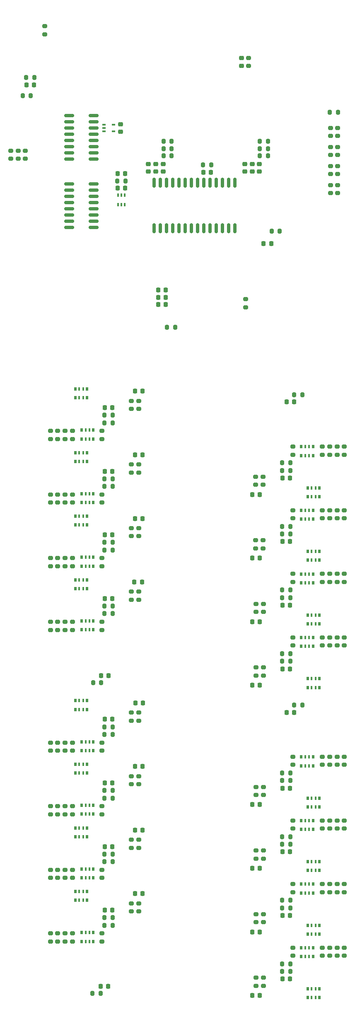
<source format=gbp>
G04 #@! TF.GenerationSoftware,KiCad,Pcbnew,9.0.5*
G04 #@! TF.CreationDate,2025-11-08T18:16:22-06:00*
G04 #@! TF.ProjectId,PowerDistributionUnit_Mk1,506f7765-7244-4697-9374-726962757469,rev?*
G04 #@! TF.SameCoordinates,Original*
G04 #@! TF.FileFunction,Paste,Bot*
G04 #@! TF.FilePolarity,Positive*
%FSLAX46Y46*%
G04 Gerber Fmt 4.6, Leading zero omitted, Abs format (unit mm)*
G04 Created by KiCad (PCBNEW 9.0.5) date 2025-11-08 18:16:22*
%MOMM*%
%LPD*%
G01*
G04 APERTURE LIST*
G04 Aperture macros list*
%AMRoundRect*
0 Rectangle with rounded corners*
0 $1 Rounding radius*
0 $2 $3 $4 $5 $6 $7 $8 $9 X,Y pos of 4 corners*
0 Add a 4 corners polygon primitive as box body*
4,1,4,$2,$3,$4,$5,$6,$7,$8,$9,$2,$3,0*
0 Add four circle primitives for the rounded corners*
1,1,$1+$1,$2,$3*
1,1,$1+$1,$4,$5*
1,1,$1+$1,$6,$7*
1,1,$1+$1,$8,$9*
0 Add four rect primitives between the rounded corners*
20,1,$1+$1,$2,$3,$4,$5,0*
20,1,$1+$1,$4,$5,$6,$7,0*
20,1,$1+$1,$6,$7,$8,$9,0*
20,1,$1+$1,$8,$9,$2,$3,0*%
G04 Aperture macros list end*
%ADD10RoundRect,0.200000X-0.275000X0.200000X-0.275000X-0.200000X0.275000X-0.200000X0.275000X0.200000X0*%
%ADD11R,0.500000X0.800000*%
%ADD12R,0.400000X0.800000*%
%ADD13RoundRect,0.200000X0.275000X-0.200000X0.275000X0.200000X-0.275000X0.200000X-0.275000X-0.200000X0*%
%ADD14RoundRect,0.200000X0.200000X0.275000X-0.200000X0.275000X-0.200000X-0.275000X0.200000X-0.275000X0*%
%ADD15RoundRect,0.200000X-0.200000X-0.275000X0.200000X-0.275000X0.200000X0.275000X-0.200000X0.275000X0*%
%ADD16RoundRect,0.225000X-0.225000X-0.250000X0.225000X-0.250000X0.225000X0.250000X-0.225000X0.250000X0*%
%ADD17RoundRect,0.225000X0.225000X0.250000X-0.225000X0.250000X-0.225000X-0.250000X0.225000X-0.250000X0*%
%ADD18RoundRect,0.100000X-0.225000X-0.100000X0.225000X-0.100000X0.225000X0.100000X-0.225000X0.100000X0*%
%ADD19RoundRect,0.100000X-0.100000X0.225000X-0.100000X-0.225000X0.100000X-0.225000X0.100000X0.225000X0*%
%ADD20RoundRect,0.150000X-0.825000X-0.150000X0.825000X-0.150000X0.825000X0.150000X-0.825000X0.150000X0*%
%ADD21RoundRect,0.225000X-0.250000X0.225000X-0.250000X-0.225000X0.250000X-0.225000X0.250000X0.225000X0*%
%ADD22RoundRect,0.225000X0.250000X-0.225000X0.250000X0.225000X-0.250000X0.225000X-0.250000X-0.225000X0*%
%ADD23RoundRect,0.150000X-0.150000X0.875000X-0.150000X-0.875000X0.150000X-0.875000X0.150000X0.875000X0*%
G04 APERTURE END LIST*
D10*
X138600000Y-80475000D03*
X138600000Y-82125000D03*
D11*
X130848000Y-49250000D03*
D12*
X130048000Y-49250000D03*
X129248000Y-49250000D03*
D11*
X128448000Y-49250000D03*
X128448000Y-47450000D03*
D12*
X129248000Y-47450000D03*
X130048000Y-47450000D03*
D11*
X130848000Y-47450000D03*
D13*
X123548000Y-151975000D03*
X123548000Y-150325000D03*
D14*
X134774866Y-108109998D03*
X133124866Y-108109998D03*
D15*
X153275000Y6735000D03*
X154925000Y6735000D03*
D10*
X179150000Y-50825000D03*
X179150000Y-52475000D03*
D16*
X139325000Y-52500000D03*
X140875000Y-52500000D03*
D17*
X167175000Y-9300000D03*
X165625000Y-9300000D03*
D10*
X132548000Y-150325000D03*
X132548000Y-151975000D03*
X179150000Y-127225000D03*
X179150000Y-128875000D03*
X138600000Y-41475000D03*
X138600000Y-43125000D03*
D18*
X133050000Y13650000D03*
X133050000Y14300000D03*
X133050000Y14950000D03*
X134950000Y14950000D03*
X134950000Y13650000D03*
D10*
X138600000Y-131175000D03*
X138600000Y-132825000D03*
X179150000Y-76825000D03*
X179150000Y-78475000D03*
D11*
X173350000Y-140250000D03*
D12*
X174150000Y-140250000D03*
X174950000Y-140250000D03*
D11*
X175750000Y-140250000D03*
X175750000Y-142050000D03*
D12*
X174950000Y-142050000D03*
X174150000Y-142050000D03*
D11*
X173350000Y-142050000D03*
D13*
X165600000Y-122025000D03*
X165600000Y-120375000D03*
D11*
X177050000Y-61050000D03*
D12*
X176250000Y-61050000D03*
X175450000Y-61050000D03*
D11*
X174650000Y-61050000D03*
X174650000Y-59250000D03*
D12*
X175450000Y-59250000D03*
X176250000Y-59250000D03*
D11*
X177050000Y-59250000D03*
D14*
X146825000Y11600000D03*
X145175000Y11600000D03*
D13*
X164100000Y-97625000D03*
X164100000Y-95975000D03*
X164100000Y-122025000D03*
X164100000Y-120375000D03*
X165500000Y-71625000D03*
X165500000Y-69975000D03*
D10*
X122048000Y-150325000D03*
X122048000Y-151975000D03*
D13*
X177650000Y-65475000D03*
X177650000Y-63825000D03*
X123548000Y-138975000D03*
X123548000Y-137325000D03*
D10*
X140100000Y-131175000D03*
X140100000Y-132825000D03*
D11*
X127148000Y-115750000D03*
D12*
X127948000Y-115750000D03*
X128748000Y-115750000D03*
D11*
X129548000Y-115750000D03*
X129548000Y-117550000D03*
D12*
X128748000Y-117550000D03*
X127948000Y-117550000D03*
D11*
X127148000Y-117550000D03*
D16*
X153325000Y5235000D03*
X154875000Y5235000D03*
D14*
X134774866Y-45959998D03*
X133124866Y-45959998D03*
D11*
X177050000Y-87050000D03*
D12*
X176250000Y-87050000D03*
X175450000Y-87050000D03*
D11*
X174650000Y-87050000D03*
X174650000Y-85250000D03*
D12*
X175450000Y-85250000D03*
X176250000Y-85250000D03*
D11*
X177050000Y-85250000D03*
X177050000Y-150450000D03*
D12*
X176250000Y-150450000D03*
X175450000Y-150450000D03*
D11*
X174650000Y-150450000D03*
X174650000Y-148650000D03*
D12*
X175450000Y-148650000D03*
X176250000Y-148650000D03*
D11*
X177050000Y-148650000D03*
D16*
X169473134Y-96240002D03*
X171023134Y-96240002D03*
X139325000Y-116200000D03*
X140875000Y-116200000D03*
X139325000Y-129200000D03*
X140875000Y-129200000D03*
D11*
X130848000Y-88250000D03*
D12*
X130048000Y-88250000D03*
X129248000Y-88250000D03*
D11*
X128448000Y-88250000D03*
X128448000Y-86450000D03*
D12*
X129248000Y-86450000D03*
X130048000Y-86450000D03*
D11*
X130848000Y-86450000D03*
D15*
X130673000Y-162600000D03*
X132323000Y-162600000D03*
X169423134Y-67140002D03*
X171073134Y-67140002D03*
D11*
X127148000Y-141750000D03*
D12*
X127948000Y-141750000D03*
X128748000Y-141750000D03*
D11*
X129548000Y-141750000D03*
X129548000Y-143550000D03*
D12*
X128748000Y-143550000D03*
X127948000Y-143550000D03*
D11*
X127148000Y-143550000D03*
D15*
X130773000Y-99100000D03*
X132423000Y-99100000D03*
D10*
X138600000Y-144175000D03*
X138600000Y-145825000D03*
X132548000Y-111325000D03*
X132548000Y-112975000D03*
D11*
X173350000Y-114250000D03*
D12*
X174150000Y-114250000D03*
X174950000Y-114250000D03*
D11*
X175750000Y-114250000D03*
X175750000Y-116050000D03*
D12*
X174950000Y-116050000D03*
X174150000Y-116050000D03*
D11*
X173350000Y-116050000D03*
X127148000Y-39050000D03*
D12*
X127948000Y-39050000D03*
X128748000Y-39050000D03*
D11*
X129548000Y-39050000D03*
X129548000Y-40850000D03*
D12*
X128748000Y-40850000D03*
X127948000Y-40850000D03*
D11*
X127148000Y-40850000D03*
D17*
X134724866Y-145559998D03*
X133174866Y-145559998D03*
D10*
X140100000Y-118175000D03*
X140100000Y-119825000D03*
D13*
X123548000Y-75275000D03*
X123548000Y-73625000D03*
X116964359Y8003359D03*
X116964359Y9653359D03*
D14*
X173525000Y-40200000D03*
X171875000Y-40200000D03*
X137388000Y3500000D03*
X135738000Y3500000D03*
D11*
X173350000Y-127250000D03*
D12*
X174150000Y-127250000D03*
X174950000Y-127250000D03*
D11*
X175750000Y-127250000D03*
X175750000Y-129050000D03*
D12*
X174950000Y-129050000D03*
X174150000Y-129050000D03*
D11*
X173350000Y-129050000D03*
D16*
X170325000Y-105175000D03*
X171875000Y-105175000D03*
D13*
X182150000Y-91475000D03*
X182150000Y-89825000D03*
D16*
X139325000Y-39500000D03*
X140875000Y-39500000D03*
D13*
X165600000Y-161025000D03*
X165600000Y-159375000D03*
D10*
X138600000Y-54475000D03*
X138600000Y-56125000D03*
X140100000Y-67475000D03*
X140100000Y-69125000D03*
D11*
X177050000Y-100050000D03*
D12*
X176250000Y-100050000D03*
X175450000Y-100050000D03*
D11*
X174650000Y-100050000D03*
X174650000Y-98250000D03*
D12*
X175450000Y-98250000D03*
X176250000Y-98250000D03*
D11*
X177050000Y-98250000D03*
D10*
X126548000Y-150325000D03*
X126548000Y-151975000D03*
X122048000Y-47625000D03*
X122048000Y-49275000D03*
D17*
X164875000Y-150000000D03*
X163325000Y-150000000D03*
X134724866Y-106559998D03*
X133174866Y-106559998D03*
D10*
X162600000Y28625000D03*
X162600000Y26975000D03*
D14*
X134774866Y-148659998D03*
X133124866Y-148659998D03*
D15*
X164875000Y10100000D03*
X166525000Y10100000D03*
D13*
X182150000Y-141875000D03*
X182150000Y-140225000D03*
D11*
X173350000Y-50850000D03*
D12*
X174150000Y-50850000D03*
X174950000Y-50850000D03*
D11*
X175750000Y-50850000D03*
X175750000Y-52650000D03*
D12*
X174950000Y-52650000D03*
X174150000Y-52650000D03*
D11*
X173350000Y-52650000D03*
D10*
X126548000Y-47625000D03*
X126548000Y-49275000D03*
D11*
X130848000Y-75250000D03*
D12*
X130048000Y-75250000D03*
X129248000Y-75250000D03*
D11*
X128448000Y-75250000D03*
X128448000Y-73450000D03*
D12*
X129248000Y-73450000D03*
X130048000Y-73450000D03*
D11*
X130848000Y-73450000D03*
D14*
X134774866Y-109659998D03*
X133124866Y-109659998D03*
D19*
X135913000Y550000D03*
X136563000Y550000D03*
X137213000Y550000D03*
X137213000Y-1350000D03*
X136563000Y-1350000D03*
X135913000Y-1350000D03*
D17*
X164875000Y-137000000D03*
X163325000Y-137000000D03*
D16*
X139325000Y-142200000D03*
X140875000Y-142200000D03*
D10*
X180650000Y-114225000D03*
X180650000Y-115875000D03*
D20*
X125925000Y7955000D03*
X125925000Y9225000D03*
X125925000Y10495000D03*
X125925000Y11765000D03*
X125925000Y13035000D03*
X125925000Y14305000D03*
X125925000Y15575000D03*
X125925000Y16845000D03*
X130875000Y16845000D03*
X130875000Y15575000D03*
X130875000Y14305000D03*
X130875000Y13035000D03*
X130875000Y11765000D03*
X130875000Y10495000D03*
X130875000Y9225000D03*
X130875000Y7955000D03*
D14*
X134774866Y-121109998D03*
X133124866Y-121109998D03*
D13*
X177650000Y-52475000D03*
X177650000Y-50825000D03*
X164000000Y-58625000D03*
X164000000Y-56975000D03*
X125048000Y-125975000D03*
X125048000Y-124325000D03*
D21*
X164800000Y6975000D03*
X164800000Y5425000D03*
D16*
X169473134Y-70240002D03*
X171023134Y-70240002D03*
D11*
X173350000Y-89850000D03*
D12*
X174150000Y-89850000D03*
X174950000Y-89850000D03*
D11*
X175750000Y-89850000D03*
X175750000Y-91650000D03*
D12*
X174950000Y-91650000D03*
X174150000Y-91650000D03*
D11*
X173350000Y-91650000D03*
X173350000Y-76850000D03*
D12*
X174150000Y-76850000D03*
X174950000Y-76850000D03*
D11*
X175750000Y-76850000D03*
X175750000Y-78650000D03*
D12*
X174950000Y-78650000D03*
X174150000Y-78650000D03*
D11*
X173350000Y-78650000D03*
D14*
X134774866Y-83409998D03*
X133124866Y-83409998D03*
D10*
X140100000Y-105175000D03*
X140100000Y-106825000D03*
D13*
X182150000Y-78475000D03*
X182150000Y-76825000D03*
D21*
X161800000Y6975000D03*
X161800000Y5425000D03*
D13*
X125048000Y-151975000D03*
X125048000Y-150325000D03*
D10*
X132548000Y-124325000D03*
X132548000Y-125975000D03*
D11*
X173350000Y-63850000D03*
D12*
X174150000Y-63850000D03*
X174950000Y-63850000D03*
D11*
X175750000Y-63850000D03*
X175750000Y-65650000D03*
D12*
X174950000Y-65650000D03*
X174150000Y-65650000D03*
D11*
X173350000Y-65650000D03*
D10*
X180650000Y-63825000D03*
X180650000Y-65475000D03*
D16*
X139325000Y-65500000D03*
X140875000Y-65500000D03*
D13*
X177650000Y-154875000D03*
X177650000Y-153225000D03*
D14*
X134774866Y-122659998D03*
X133124866Y-122659998D03*
D10*
X126548000Y-137325000D03*
X126548000Y-138975000D03*
D14*
X134774866Y-57409998D03*
X133124866Y-57409998D03*
D11*
X173350000Y-153250000D03*
D12*
X174150000Y-153250000D03*
X174950000Y-153250000D03*
D11*
X175750000Y-153250000D03*
X175750000Y-155050000D03*
D12*
X174950000Y-155050000D03*
X174150000Y-155050000D03*
D11*
X173350000Y-155050000D03*
D15*
X169423134Y-54140002D03*
X171073134Y-54140002D03*
D11*
X177050000Y-137450000D03*
D12*
X176250000Y-137450000D03*
X175450000Y-137450000D03*
D11*
X174650000Y-137450000D03*
X174650000Y-135650000D03*
D12*
X175450000Y-135650000D03*
X176250000Y-135650000D03*
D11*
X177050000Y-135650000D03*
D15*
X169423134Y-68690002D03*
X171073134Y-68690002D03*
D13*
X179300000Y4875000D03*
X179300000Y6525000D03*
D10*
X132548000Y-73625000D03*
X132548000Y-75275000D03*
D13*
X171650000Y-91475000D03*
X171650000Y-89825000D03*
D15*
X169423134Y-132090002D03*
X171073134Y-132090002D03*
D13*
X125048000Y-88275000D03*
X125048000Y-86625000D03*
D10*
X126548000Y-73625000D03*
X126548000Y-75275000D03*
X140100000Y-41475000D03*
X140100000Y-43125000D03*
D17*
X164875000Y-163000000D03*
X163325000Y-163000000D03*
D16*
X135788000Y2000000D03*
X137338000Y2000000D03*
X169473134Y-159640002D03*
X171023134Y-159640002D03*
D13*
X123548000Y-125975000D03*
X123548000Y-124325000D03*
D14*
X134774866Y-70409998D03*
X133124866Y-70409998D03*
D16*
X135788000Y5000000D03*
X137338000Y5000000D03*
D14*
X134774866Y-71959998D03*
X133124866Y-71959998D03*
D13*
X182150000Y-52475000D03*
X182150000Y-50825000D03*
X182150000Y-65475000D03*
X182150000Y-63825000D03*
D14*
X134774866Y-135659998D03*
X133124866Y-135659998D03*
D13*
X171650000Y-128875000D03*
X171650000Y-127225000D03*
D15*
X164875000Y8600000D03*
X166525000Y8600000D03*
D17*
X134724866Y-119559998D03*
X133174866Y-119559998D03*
D20*
X125925000Y-6045000D03*
X125925000Y-4775000D03*
X125925000Y-3505000D03*
X125925000Y-2235000D03*
X125925000Y-965000D03*
X125925000Y305000D03*
X125925000Y1575000D03*
X125925000Y2845000D03*
X130875000Y2845000D03*
X130875000Y1575000D03*
X130875000Y305000D03*
X130875000Y-965000D03*
X130875000Y-2235000D03*
X130875000Y-3505000D03*
X130875000Y-4775000D03*
X130875000Y-6045000D03*
D13*
X125048000Y-138975000D03*
X125048000Y-137325000D03*
D11*
X130848000Y-138950000D03*
D12*
X130048000Y-138950000D03*
X129248000Y-138950000D03*
D11*
X128448000Y-138950000D03*
X128448000Y-137150000D03*
D12*
X129248000Y-137150000D03*
X130048000Y-137150000D03*
D11*
X130848000Y-137150000D03*
D17*
X133973000Y-97600000D03*
X132423000Y-97600000D03*
D10*
X126548000Y-60625000D03*
X126548000Y-62275000D03*
D22*
X136400000Y13525000D03*
X136400000Y15075000D03*
D13*
X171650000Y-115875000D03*
X171650000Y-114225000D03*
D10*
X180650000Y-89825000D03*
X180650000Y-91475000D03*
X132548000Y-137325000D03*
X132548000Y-138975000D03*
D13*
X123548000Y-88275000D03*
X123548000Y-86625000D03*
X177650000Y-78475000D03*
X177650000Y-76825000D03*
D15*
X169423134Y-143540002D03*
X171073134Y-143540002D03*
D13*
X182150000Y-115875000D03*
X182150000Y-114225000D03*
D15*
X169423134Y-94690002D03*
X171073134Y-94690002D03*
D13*
X120862500Y33475000D03*
X120862500Y35125000D03*
X123548000Y-49275000D03*
X123548000Y-47625000D03*
D15*
X169423134Y-130540002D03*
X171073134Y-130540002D03*
D21*
X145100000Y6975000D03*
X145100000Y5425000D03*
D14*
X147562500Y-26400000D03*
X145912500Y-26400000D03*
D17*
X134724866Y-81859998D03*
X133174866Y-81859998D03*
D13*
X164000000Y-71625000D03*
X164000000Y-69975000D03*
D14*
X134774866Y-84959998D03*
X133124866Y-84959998D03*
D17*
X133873000Y-161100000D03*
X132323000Y-161100000D03*
D14*
X166525000Y11600000D03*
X164875000Y11600000D03*
D17*
X164875000Y-99600000D03*
X163325000Y-99600000D03*
D13*
X177650000Y-141875000D03*
X177650000Y-140225000D03*
D17*
X134724866Y-55859998D03*
X133174866Y-55859998D03*
D15*
X169423134Y-93140002D03*
X171073134Y-93140002D03*
D11*
X127148000Y-128750000D03*
D12*
X127948000Y-128750000D03*
X128748000Y-128750000D03*
D11*
X129548000Y-128750000D03*
X129548000Y-130550000D03*
D12*
X128748000Y-130550000D03*
X127948000Y-130550000D03*
D11*
X127148000Y-130550000D03*
D17*
X164875000Y-73600000D03*
X163325000Y-73600000D03*
D15*
X169423134Y-158090002D03*
X171073134Y-158090002D03*
D13*
X179300000Y12675000D03*
X179300000Y14325000D03*
D17*
X164875000Y-60600000D03*
X163325000Y-60600000D03*
D10*
X180650000Y-76825000D03*
X180650000Y-78475000D03*
D23*
X143245000Y3150000D03*
X144515000Y3150000D03*
X145785000Y3150000D03*
X147055000Y3150000D03*
X148325000Y3150000D03*
X149595000Y3150000D03*
X150865000Y3150000D03*
X152135000Y3150000D03*
X153405000Y3150000D03*
X154675000Y3150000D03*
X155945000Y3150000D03*
X157215000Y3150000D03*
X158485000Y3150000D03*
X159755000Y3150000D03*
X159755000Y-6150000D03*
X158485000Y-6150000D03*
X157215000Y-6150000D03*
X155945000Y-6150000D03*
X154675000Y-6150000D03*
X153405000Y-6150000D03*
X152135000Y-6150000D03*
X150865000Y-6150000D03*
X149595000Y-6150000D03*
X148325000Y-6150000D03*
X147055000Y-6150000D03*
X145785000Y-6150000D03*
X144515000Y-6150000D03*
X143245000Y-6150000D03*
D10*
X122048000Y-137325000D03*
X122048000Y-138975000D03*
X140100000Y-144175000D03*
X140100000Y-145825000D03*
D16*
X169473134Y-133640002D03*
X171023134Y-133640002D03*
D13*
X123548000Y-62275000D03*
X123548000Y-60625000D03*
X113964359Y8028359D03*
X113964359Y9678359D03*
X165500000Y-58625000D03*
X165500000Y-56975000D03*
D10*
X122048000Y-124325000D03*
X122048000Y-125975000D03*
D13*
X179300000Y8775000D03*
X179300000Y10425000D03*
D10*
X180800000Y14325000D03*
X180800000Y12675000D03*
D16*
X169473134Y-120640002D03*
X171023134Y-120640002D03*
D22*
X161100000Y27025000D03*
X161100000Y28575000D03*
D17*
X145650000Y-20300000D03*
X144100000Y-20300000D03*
D15*
X169423134Y-119090002D03*
X171073134Y-119090002D03*
D10*
X180650000Y-50825000D03*
X180650000Y-52475000D03*
X140100000Y-54475000D03*
X140100000Y-56125000D03*
D17*
X145650000Y-21800000D03*
X144100000Y-21800000D03*
D13*
X115464359Y8028359D03*
X115464359Y9678359D03*
X182150000Y-128875000D03*
X182150000Y-127225000D03*
D10*
X126548000Y-111325000D03*
X126548000Y-112975000D03*
D15*
X117100000Y24623250D03*
X118750000Y24623250D03*
D16*
X139225000Y-78500000D03*
X140775000Y-78500000D03*
D15*
X169423134Y-145090002D03*
X171073134Y-145090002D03*
D13*
X165600000Y-97625000D03*
X165600000Y-95975000D03*
D16*
X169473134Y-83240002D03*
X171023134Y-83240002D03*
D13*
X125048000Y-62275000D03*
X125048000Y-60625000D03*
X162000000Y-22325000D03*
X162000000Y-20675000D03*
D10*
X180650000Y-153225000D03*
X180650000Y-154875000D03*
D13*
X177650000Y-128875000D03*
X177650000Y-127225000D03*
D10*
X180800000Y2625000D03*
X180800000Y975000D03*
D17*
X164875000Y-86600000D03*
X163325000Y-86600000D03*
D10*
X180650000Y-127225000D03*
X180650000Y-128875000D03*
D16*
X170325000Y-41700000D03*
X171875000Y-41700000D03*
D10*
X132548000Y-47625000D03*
X132548000Y-49275000D03*
D21*
X142100000Y6975000D03*
X142100000Y5425000D03*
D13*
X125048000Y-75275000D03*
X125048000Y-73625000D03*
X171650000Y-52475000D03*
X171650000Y-50825000D03*
D10*
X180650000Y-140225000D03*
X180650000Y-141875000D03*
X132548000Y-86625000D03*
X132548000Y-88275000D03*
D15*
X169423134Y-117540002D03*
X171073134Y-117540002D03*
D10*
X179150000Y-89825000D03*
X179150000Y-91475000D03*
X140100000Y-80475000D03*
X140100000Y-82125000D03*
D13*
X179300000Y975000D03*
X179300000Y2625000D03*
D11*
X130848000Y-62250000D03*
D12*
X130048000Y-62250000D03*
X129248000Y-62250000D03*
D11*
X128448000Y-62250000D03*
X128448000Y-60450000D03*
D12*
X129248000Y-60450000D03*
X130048000Y-60450000D03*
D11*
X130848000Y-60450000D03*
D14*
X134774866Y-134109998D03*
X133124866Y-134109998D03*
D13*
X171650000Y-141875000D03*
X171650000Y-140225000D03*
D10*
X122048000Y-86625000D03*
X122048000Y-88275000D03*
X132548000Y-60625000D03*
X132548000Y-62275000D03*
D13*
X165600000Y-148025000D03*
X165600000Y-146375000D03*
D15*
X169423134Y-156540002D03*
X171073134Y-156540002D03*
D17*
X145650000Y-18800000D03*
X144100000Y-18800000D03*
D10*
X126548000Y-124325000D03*
X126548000Y-125975000D03*
D13*
X182150000Y-154875000D03*
X182150000Y-153225000D03*
D15*
X145175000Y10100000D03*
X146825000Y10100000D03*
D13*
X125048000Y-49275000D03*
X125048000Y-47625000D03*
D10*
X138600000Y-105175000D03*
X138600000Y-106825000D03*
X122048000Y-60625000D03*
X122048000Y-62275000D03*
D11*
X177050000Y-124450000D03*
D12*
X176250000Y-124450000D03*
X175450000Y-124450000D03*
D11*
X174650000Y-124450000D03*
X174650000Y-122650000D03*
D12*
X175450000Y-122650000D03*
X176250000Y-122650000D03*
D11*
X177050000Y-122650000D03*
D13*
X123548000Y-112975000D03*
X123548000Y-111325000D03*
D14*
X134774866Y-147109998D03*
X133124866Y-147109998D03*
D15*
X169423134Y-80140002D03*
X171073134Y-80140002D03*
D11*
X130848000Y-125950000D03*
D12*
X130048000Y-125950000D03*
X129248000Y-125950000D03*
D11*
X128448000Y-125950000D03*
X128448000Y-124150000D03*
D12*
X129248000Y-124150000D03*
X130048000Y-124150000D03*
D11*
X130848000Y-124150000D03*
D17*
X134724866Y-42859998D03*
X133174866Y-42859998D03*
D13*
X164100000Y-135025000D03*
X164100000Y-133375000D03*
D10*
X180800000Y6525000D03*
X180800000Y4875000D03*
X179150000Y-114225000D03*
X179150000Y-115875000D03*
D13*
X171650000Y-78475000D03*
X171650000Y-76825000D03*
X177650000Y-91475000D03*
X177650000Y-89825000D03*
D11*
X130848000Y-151950000D03*
D12*
X130048000Y-151950000D03*
X129248000Y-151950000D03*
D11*
X128448000Y-151950000D03*
X128448000Y-150150000D03*
D12*
X129248000Y-150150000D03*
X130048000Y-150150000D03*
D11*
X130848000Y-150150000D03*
D10*
X179150000Y-140225000D03*
X179150000Y-141875000D03*
D15*
X145175000Y8600000D03*
X146825000Y8600000D03*
D10*
X138600000Y-67475000D03*
X138600000Y-69125000D03*
D14*
X118025000Y20900000D03*
X116375000Y20900000D03*
D13*
X164100000Y-161025000D03*
X164100000Y-159375000D03*
X177650000Y-115875000D03*
X177650000Y-114225000D03*
X125048000Y-112975000D03*
X125048000Y-111325000D03*
D16*
X139425000Y-103200000D03*
X140975000Y-103200000D03*
D10*
X126548000Y-86625000D03*
X126548000Y-88275000D03*
D17*
X134724866Y-68859998D03*
X133174866Y-68859998D03*
D11*
X127148000Y-78050000D03*
D12*
X127948000Y-78050000D03*
X128748000Y-78050000D03*
D11*
X129548000Y-78050000D03*
X129548000Y-79850000D03*
D12*
X128748000Y-79850000D03*
X127948000Y-79850000D03*
D11*
X127148000Y-79850000D03*
D13*
X165600000Y-84625000D03*
X165600000Y-82975000D03*
D15*
X167275000Y-6800000D03*
X168925000Y-6800000D03*
D13*
X171650000Y-65475000D03*
X171650000Y-63825000D03*
D17*
X134724866Y-132559998D03*
X133174866Y-132559998D03*
D11*
X177050000Y-74050000D03*
D12*
X176250000Y-74050000D03*
X175450000Y-74050000D03*
D11*
X174650000Y-74050000D03*
X174650000Y-72250000D03*
D12*
X175450000Y-72250000D03*
X176250000Y-72250000D03*
D11*
X177050000Y-72250000D03*
D14*
X134774866Y-58959998D03*
X133124866Y-58959998D03*
D21*
X143600000Y6975000D03*
X143600000Y5425000D03*
D16*
X169473134Y-57240002D03*
X171023134Y-57240002D03*
X117150000Y23123250D03*
X118700000Y23123250D03*
D10*
X179150000Y-63825000D03*
X179150000Y-65475000D03*
X138600000Y-118175000D03*
X138600000Y-119825000D03*
D13*
X165600000Y-135025000D03*
X165600000Y-133375000D03*
D11*
X130848000Y-112950000D03*
D12*
X130048000Y-112950000D03*
X129248000Y-112950000D03*
D11*
X128448000Y-112950000D03*
X128448000Y-111150000D03*
D12*
X129248000Y-111150000D03*
X130048000Y-111150000D03*
D11*
X130848000Y-111150000D03*
D17*
X164875000Y-124000000D03*
X163325000Y-124000000D03*
D10*
X180800000Y10425000D03*
X180800000Y8775000D03*
D13*
X164100000Y-84625000D03*
X164100000Y-82975000D03*
D11*
X177050000Y-163450000D03*
D12*
X176250000Y-163450000D03*
X175450000Y-163450000D03*
D11*
X174650000Y-163450000D03*
X174650000Y-161650000D03*
D12*
X175450000Y-161650000D03*
X176250000Y-161650000D03*
D11*
X177050000Y-161650000D03*
D14*
X134774866Y-44409998D03*
X133124866Y-44409998D03*
D15*
X169423134Y-55690002D03*
X171073134Y-55690002D03*
D11*
X127148000Y-52050000D03*
D12*
X127948000Y-52050000D03*
X128748000Y-52050000D03*
D11*
X129548000Y-52050000D03*
X129548000Y-53850000D03*
D12*
X128748000Y-53850000D03*
X127948000Y-53850000D03*
D11*
X127148000Y-53850000D03*
D10*
X122048000Y-111325000D03*
X122048000Y-112975000D03*
D13*
X164100000Y-148025000D03*
X164100000Y-146375000D03*
D21*
X163300000Y6975000D03*
X163300000Y5425000D03*
D10*
X122048000Y-73625000D03*
X122048000Y-75275000D03*
X179150000Y-153225000D03*
X179150000Y-154875000D03*
D15*
X169423134Y-81690002D03*
X171073134Y-81690002D03*
D14*
X173525000Y-103675000D03*
X171875000Y-103675000D03*
D13*
X171650000Y-154875000D03*
X171650000Y-153225000D03*
D11*
X127148000Y-65050000D03*
D12*
X127948000Y-65050000D03*
X128748000Y-65050000D03*
D11*
X129548000Y-65050000D03*
X129548000Y-66850000D03*
D12*
X128748000Y-66850000D03*
X127948000Y-66850000D03*
D11*
X127148000Y-66850000D03*
X127148000Y-102750000D03*
D12*
X127948000Y-102750000D03*
X128748000Y-102750000D03*
D11*
X129548000Y-102750000D03*
X129548000Y-104550000D03*
D12*
X128748000Y-104550000D03*
X127948000Y-104550000D03*
D11*
X127148000Y-104550000D03*
D14*
X180825000Y17500000D03*
X179175000Y17500000D03*
D16*
X169473134Y-146640002D03*
X171023134Y-146640002D03*
M02*

</source>
